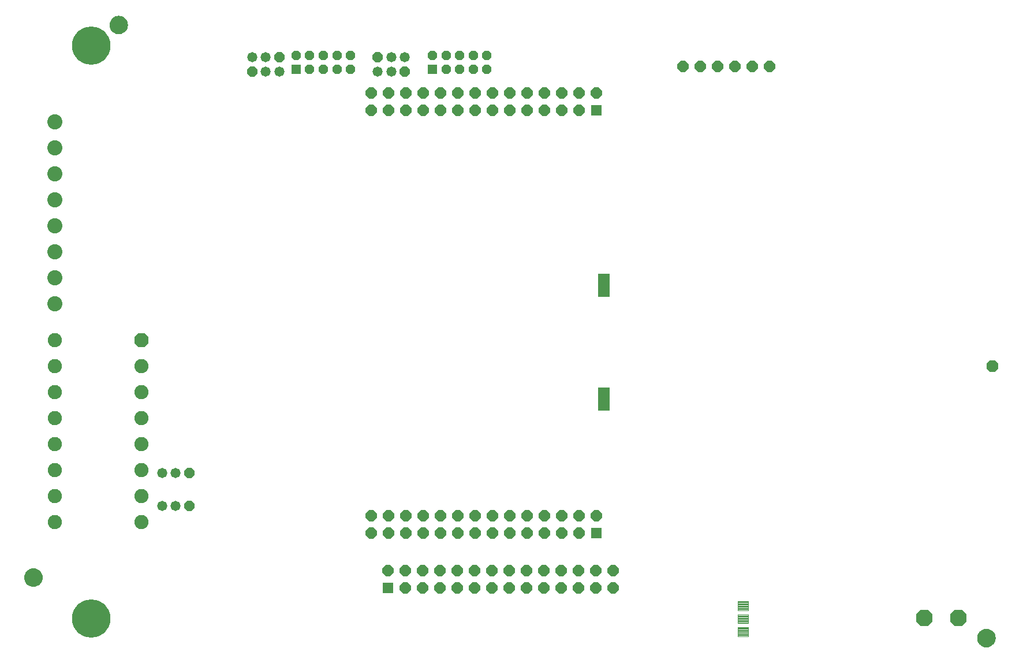
<source format=gbs>
G75*
%MOIN*%
%OFA0B0*%
%FSLAX25Y25*%
%IPPOS*%
%LPD*%
%AMOC8*
5,1,8,0,0,1.08239X$1,22.5*
%
%ADD10R,0.06500X0.13500*%
%ADD11C,0.13098*%
%ADD12OC8,0.06406*%
%ADD13R,0.06406X0.06406*%
%ADD14C,0.00500*%
%ADD15OC8,0.08177*%
%ADD16C,0.08177*%
%ADD17OC8,0.09555*%
%ADD18C,0.00449*%
%ADD19OC8,0.05815*%
%ADD20C,0.05815*%
%ADD21OC8,0.06996*%
%ADD22R,0.05224X0.05224*%
%ADD23OC8,0.05224*%
%ADD24C,0.08768*%
%ADD25C,0.22154*%
D10*
X0433938Y0188679D03*
X0433938Y0254379D03*
D11*
X0137995Y0392791D03*
X0137995Y0062083D03*
D12*
X0299412Y0111295D03*
X0309412Y0111295D03*
X0319412Y0111295D03*
X0329412Y0111295D03*
X0339412Y0111295D03*
X0349412Y0111295D03*
X0359412Y0111295D03*
X0369412Y0111295D03*
X0379412Y0111295D03*
X0389412Y0111295D03*
X0399412Y0111295D03*
X0409412Y0111295D03*
X0419412Y0111295D03*
X0419412Y0121295D03*
X0429412Y0121295D03*
X0409412Y0121295D03*
X0399412Y0121295D03*
X0389412Y0121295D03*
X0379412Y0121295D03*
X0369412Y0121295D03*
X0359412Y0121295D03*
X0349412Y0121295D03*
X0339412Y0121295D03*
X0329412Y0121295D03*
X0319412Y0121295D03*
X0309412Y0121295D03*
X0299412Y0121295D03*
X0309333Y0089642D03*
X0319333Y0089642D03*
X0319333Y0079642D03*
X0329333Y0079642D03*
X0339333Y0079642D03*
X0339333Y0089642D03*
X0329333Y0089642D03*
X0349333Y0089642D03*
X0359333Y0089642D03*
X0369333Y0089642D03*
X0369333Y0079642D03*
X0359333Y0079642D03*
X0349333Y0079642D03*
X0379333Y0079642D03*
X0389333Y0079642D03*
X0389333Y0089642D03*
X0379333Y0089642D03*
X0399333Y0089642D03*
X0409333Y0089642D03*
X0409333Y0079642D03*
X0399333Y0079642D03*
X0419333Y0079642D03*
X0429333Y0079642D03*
X0439333Y0079642D03*
X0439333Y0089642D03*
X0429333Y0089642D03*
X0419333Y0089642D03*
X0419412Y0355390D03*
X0419412Y0365390D03*
X0429412Y0365390D03*
X0409412Y0365390D03*
X0399412Y0365390D03*
X0389412Y0365390D03*
X0379412Y0365390D03*
X0369412Y0365390D03*
X0359412Y0365390D03*
X0349412Y0365390D03*
X0339412Y0365390D03*
X0329412Y0365390D03*
X0319412Y0365390D03*
X0309412Y0365390D03*
X0299412Y0365390D03*
X0299412Y0355390D03*
X0309412Y0355390D03*
X0319412Y0355390D03*
X0329412Y0355390D03*
X0339412Y0355390D03*
X0349412Y0355390D03*
X0359412Y0355390D03*
X0369412Y0355390D03*
X0379412Y0355390D03*
X0389412Y0355390D03*
X0399412Y0355390D03*
X0409412Y0355390D03*
X0479688Y0380679D03*
X0489688Y0380679D03*
X0499688Y0380679D03*
X0509688Y0380679D03*
X0519688Y0380679D03*
X0529688Y0380679D03*
D13*
X0429412Y0355390D03*
X0429412Y0111295D03*
X0309333Y0079642D03*
D14*
X0102030Y0081375D02*
X0101316Y0081875D01*
X0100700Y0082491D01*
X0100200Y0083205D01*
X0099832Y0083995D01*
X0099606Y0084836D01*
X0099530Y0085705D01*
X0099606Y0086573D01*
X0099832Y0087415D01*
X0100200Y0088205D01*
X0100700Y0088919D01*
X0101316Y0089535D01*
X0102030Y0090035D01*
X0102820Y0090403D01*
X0103662Y0090629D01*
X0104530Y0090705D01*
X0105398Y0090629D01*
X0106240Y0090403D01*
X0107030Y0090035D01*
X0107744Y0089535D01*
X0108360Y0088919D01*
X0108860Y0088205D01*
X0109229Y0087415D01*
X0109454Y0086573D01*
X0109530Y0085705D01*
X0109454Y0084836D01*
X0109229Y0083995D01*
X0108860Y0083205D01*
X0108360Y0082491D01*
X0107744Y0081875D01*
X0107030Y0081375D01*
X0106240Y0081006D01*
X0105398Y0080781D01*
X0104530Y0080705D01*
X0103662Y0080781D01*
X0102820Y0081006D01*
X0102030Y0081375D01*
X0102175Y0081307D02*
X0106885Y0081307D01*
X0107646Y0081806D02*
X0101415Y0081806D01*
X0100887Y0082304D02*
X0108174Y0082304D01*
X0108579Y0082803D02*
X0100482Y0082803D01*
X0100155Y0083301D02*
X0108905Y0083301D01*
X0109138Y0083800D02*
X0099923Y0083800D01*
X0099750Y0084298D02*
X0109310Y0084298D01*
X0109444Y0084797D02*
X0099617Y0084797D01*
X0099566Y0085295D02*
X0109494Y0085295D01*
X0109522Y0085794D02*
X0099538Y0085794D01*
X0099582Y0086292D02*
X0109479Y0086292D01*
X0109396Y0086791D02*
X0099664Y0086791D01*
X0099798Y0087289D02*
X0109262Y0087289D01*
X0109055Y0087788D02*
X0100006Y0087788D01*
X0100257Y0088286D02*
X0108803Y0088286D01*
X0108454Y0088785D02*
X0100606Y0088785D01*
X0101065Y0089283D02*
X0107996Y0089283D01*
X0107392Y0089782D02*
X0101669Y0089782D01*
X0102556Y0090280D02*
X0106504Y0090280D01*
X0105502Y0080809D02*
X0103558Y0080809D01*
X0152875Y0399678D02*
X0152033Y0399904D01*
X0151243Y0400272D01*
X0150529Y0400772D01*
X0149913Y0401388D01*
X0149413Y0402102D01*
X0149044Y0402892D01*
X0148819Y0403734D01*
X0148743Y0404602D01*
X0148819Y0405471D01*
X0149044Y0406312D01*
X0149413Y0407102D01*
X0149913Y0407816D01*
X0150529Y0408433D01*
X0151243Y0408932D01*
X0152033Y0409301D01*
X0152875Y0409526D01*
X0153743Y0409602D01*
X0154611Y0409526D01*
X0155453Y0409301D01*
X0156243Y0408932D01*
X0156957Y0408433D01*
X0157573Y0407816D01*
X0158073Y0407102D01*
X0158441Y0406312D01*
X0158667Y0405471D01*
X0158743Y0404602D01*
X0158667Y0403734D01*
X0158441Y0402892D01*
X0158073Y0402102D01*
X0157573Y0401388D01*
X0156957Y0400772D01*
X0156243Y0400272D01*
X0155453Y0399904D01*
X0154611Y0399678D01*
X0153743Y0399602D01*
X0152875Y0399678D01*
X0152212Y0399856D02*
X0155273Y0399856D01*
X0156360Y0400354D02*
X0151126Y0400354D01*
X0150448Y0400853D02*
X0157037Y0400853D01*
X0157536Y0401351D02*
X0149950Y0401351D01*
X0149589Y0401850D02*
X0157896Y0401850D01*
X0158188Y0402348D02*
X0149298Y0402348D01*
X0149065Y0402847D02*
X0158420Y0402847D01*
X0158563Y0403345D02*
X0148923Y0403345D01*
X0148809Y0403844D02*
X0158676Y0403844D01*
X0158720Y0404342D02*
X0148766Y0404342D01*
X0148764Y0404841D02*
X0158722Y0404841D01*
X0158678Y0405339D02*
X0148807Y0405339D01*
X0148917Y0405838D02*
X0158568Y0405838D01*
X0158430Y0406336D02*
X0149055Y0406336D01*
X0149288Y0406835D02*
X0158198Y0406835D01*
X0157911Y0407333D02*
X0149574Y0407333D01*
X0149928Y0407832D02*
X0157557Y0407832D01*
X0157059Y0408330D02*
X0150427Y0408330D01*
X0151095Y0408829D02*
X0156391Y0408829D01*
X0155353Y0409328D02*
X0152132Y0409328D01*
X0650895Y0053954D02*
X0651511Y0054570D01*
X0652225Y0055070D01*
X0653015Y0055439D01*
X0653857Y0055664D01*
X0654725Y0055740D01*
X0655593Y0055664D01*
X0656435Y0055439D01*
X0657225Y0055070D01*
X0657939Y0054570D01*
X0658555Y0053954D01*
X0659055Y0053240D01*
X0659424Y0052450D01*
X0659649Y0051608D01*
X0659725Y0050740D01*
X0659649Y0049872D01*
X0659424Y0049030D01*
X0659055Y0048240D01*
X0658555Y0047526D01*
X0657939Y0046910D01*
X0657225Y0046410D01*
X0656435Y0046042D01*
X0655593Y0045816D01*
X0654725Y0045740D01*
X0653857Y0045816D01*
X0653015Y0046042D01*
X0652225Y0046410D01*
X0651511Y0046910D01*
X0650895Y0047526D01*
X0650395Y0048240D01*
X0650027Y0049030D01*
X0649801Y0049872D01*
X0649725Y0050740D01*
X0649801Y0051608D01*
X0650027Y0052450D01*
X0650395Y0053240D01*
X0650895Y0053954D01*
X0650849Y0053889D02*
X0658601Y0053889D01*
X0658950Y0053390D02*
X0650500Y0053390D01*
X0650233Y0052892D02*
X0659218Y0052892D01*
X0659439Y0052393D02*
X0650011Y0052393D01*
X0649878Y0051895D02*
X0659572Y0051895D01*
X0659668Y0051396D02*
X0649782Y0051396D01*
X0649739Y0050898D02*
X0659711Y0050898D01*
X0659695Y0050399D02*
X0649755Y0050399D01*
X0649798Y0049901D02*
X0659652Y0049901D01*
X0659523Y0049402D02*
X0649927Y0049402D01*
X0650085Y0048904D02*
X0659365Y0048904D01*
X0659132Y0048405D02*
X0650318Y0048405D01*
X0650628Y0047907D02*
X0658822Y0047907D01*
X0658437Y0047408D02*
X0651013Y0047408D01*
X0651511Y0046910D02*
X0657939Y0046910D01*
X0657227Y0046411D02*
X0652223Y0046411D01*
X0653496Y0045913D02*
X0655954Y0045913D01*
X0658122Y0054387D02*
X0651328Y0054387D01*
X0651962Y0054886D02*
X0657488Y0054886D01*
X0656551Y0055384D02*
X0652899Y0055384D01*
D15*
X0166932Y0222850D03*
D16*
X0166932Y0207850D03*
X0166932Y0192850D03*
X0166932Y0177850D03*
X0166932Y0162850D03*
X0166932Y0147850D03*
X0166932Y0132850D03*
X0166932Y0117850D03*
X0116932Y0117850D03*
X0116932Y0132850D03*
X0116932Y0147850D03*
X0116932Y0162850D03*
X0116932Y0177850D03*
X0116932Y0192850D03*
X0116932Y0207850D03*
X0116932Y0222850D03*
D17*
X0618845Y0062429D03*
X0638530Y0062429D03*
D18*
X0511209Y0064514D02*
X0511209Y0059344D01*
X0511209Y0064514D02*
X0517167Y0064514D01*
X0517167Y0059344D01*
X0511209Y0059344D01*
X0511209Y0059792D02*
X0517167Y0059792D01*
X0517167Y0060240D02*
X0511209Y0060240D01*
X0511209Y0060688D02*
X0517167Y0060688D01*
X0517167Y0061136D02*
X0511209Y0061136D01*
X0511209Y0061584D02*
X0517167Y0061584D01*
X0517167Y0062032D02*
X0511209Y0062032D01*
X0511209Y0062480D02*
X0517167Y0062480D01*
X0517167Y0062928D02*
X0511209Y0062928D01*
X0511209Y0063376D02*
X0517167Y0063376D01*
X0517167Y0063824D02*
X0511209Y0063824D01*
X0511209Y0064272D02*
X0517167Y0064272D01*
X0511209Y0066824D02*
X0511209Y0071994D01*
X0517167Y0071994D01*
X0517167Y0066824D01*
X0511209Y0066824D01*
X0511209Y0067272D02*
X0517167Y0067272D01*
X0517167Y0067720D02*
X0511209Y0067720D01*
X0511209Y0068168D02*
X0517167Y0068168D01*
X0517167Y0068616D02*
X0511209Y0068616D01*
X0511209Y0069064D02*
X0517167Y0069064D01*
X0517167Y0069512D02*
X0511209Y0069512D01*
X0511209Y0069960D02*
X0517167Y0069960D01*
X0517167Y0070408D02*
X0511209Y0070408D01*
X0511209Y0070856D02*
X0517167Y0070856D01*
X0517167Y0071304D02*
X0511209Y0071304D01*
X0511209Y0071752D02*
X0517167Y0071752D01*
X0511209Y0057034D02*
X0511209Y0051864D01*
X0511209Y0057034D02*
X0517167Y0057034D01*
X0517167Y0051864D01*
X0511209Y0051864D01*
X0511209Y0052312D02*
X0517167Y0052312D01*
X0517167Y0052760D02*
X0511209Y0052760D01*
X0511209Y0053208D02*
X0517167Y0053208D01*
X0517167Y0053656D02*
X0511209Y0053656D01*
X0511209Y0054104D02*
X0517167Y0054104D01*
X0517167Y0054552D02*
X0511209Y0054552D01*
X0511209Y0055000D02*
X0517167Y0055000D01*
X0517167Y0055448D02*
X0511209Y0055448D01*
X0511209Y0055896D02*
X0517167Y0055896D01*
X0517167Y0056344D02*
X0511209Y0056344D01*
X0511209Y0056792D02*
X0517167Y0056792D01*
D19*
X0194562Y0126929D03*
X0194562Y0145929D03*
X0230814Y0377629D03*
X0246562Y0386129D03*
X0303264Y0386129D03*
X0319012Y0377629D03*
D20*
X0311138Y0377629D03*
X0303264Y0377629D03*
X0311138Y0386129D03*
X0319012Y0386129D03*
X0246562Y0377629D03*
X0238688Y0377629D03*
X0238688Y0386129D03*
X0230814Y0386129D03*
X0186688Y0145929D03*
X0178814Y0145929D03*
X0178814Y0126929D03*
X0186688Y0126929D03*
D21*
X0658188Y0207679D03*
D22*
X0334845Y0379012D03*
X0256105Y0379012D03*
D23*
X0263979Y0379012D03*
X0271853Y0379012D03*
X0271853Y0386886D03*
X0263979Y0386886D03*
X0256105Y0386886D03*
X0279727Y0386886D03*
X0287601Y0386886D03*
X0287601Y0379012D03*
X0279727Y0379012D03*
X0334845Y0386886D03*
X0342719Y0386886D03*
X0350593Y0386886D03*
X0358467Y0386886D03*
X0366341Y0386886D03*
X0366341Y0379012D03*
X0358467Y0379012D03*
X0350593Y0379012D03*
X0342719Y0379012D03*
D24*
X0116735Y0348835D03*
X0116735Y0333835D03*
X0116735Y0318835D03*
X0116735Y0303835D03*
X0116735Y0288835D03*
X0116735Y0273835D03*
X0116735Y0258835D03*
X0116735Y0243835D03*
D25*
X0137995Y0392791D03*
X0137995Y0062083D03*
M02*

</source>
